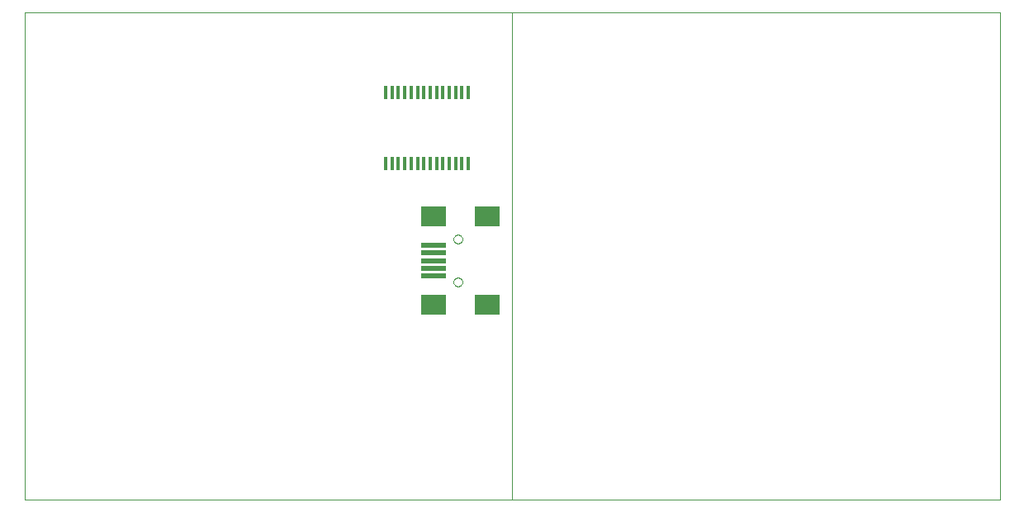
<source format=gtp>
G75*
%MOIN*%
%OFA0B0*%
%FSLAX24Y24*%
%IPPOS*%
%LPD*%
%AMOC8*
5,1,8,0,0,1.08239X$1,22.5*
%
%ADD10C,0.0000*%
%ADD11R,0.0137X0.0550*%
%ADD12R,0.0984X0.0197*%
%ADD13R,0.0984X0.0787*%
D10*
X000650Y000400D02*
X000650Y020085D01*
X020335Y020085D01*
X020335Y000400D01*
X040020Y000400D01*
X040020Y020085D01*
X020335Y020085D01*
X017973Y010924D02*
X017975Y010950D01*
X017981Y010976D01*
X017991Y011001D01*
X018004Y011024D01*
X018020Y011044D01*
X018040Y011062D01*
X018062Y011077D01*
X018085Y011089D01*
X018111Y011097D01*
X018137Y011101D01*
X018163Y011101D01*
X018189Y011097D01*
X018215Y011089D01*
X018239Y011077D01*
X018260Y011062D01*
X018280Y011044D01*
X018296Y011024D01*
X018309Y011001D01*
X018319Y010976D01*
X018325Y010950D01*
X018327Y010924D01*
X018325Y010898D01*
X018319Y010872D01*
X018309Y010847D01*
X018296Y010824D01*
X018280Y010804D01*
X018260Y010786D01*
X018238Y010771D01*
X018215Y010759D01*
X018189Y010751D01*
X018163Y010747D01*
X018137Y010747D01*
X018111Y010751D01*
X018085Y010759D01*
X018061Y010771D01*
X018040Y010786D01*
X018020Y010804D01*
X018004Y010824D01*
X017991Y010847D01*
X017981Y010872D01*
X017975Y010898D01*
X017973Y010924D01*
X017973Y009191D02*
X017975Y009217D01*
X017981Y009243D01*
X017991Y009268D01*
X018004Y009291D01*
X018020Y009311D01*
X018040Y009329D01*
X018062Y009344D01*
X018085Y009356D01*
X018111Y009364D01*
X018137Y009368D01*
X018163Y009368D01*
X018189Y009364D01*
X018215Y009356D01*
X018239Y009344D01*
X018260Y009329D01*
X018280Y009311D01*
X018296Y009291D01*
X018309Y009268D01*
X018319Y009243D01*
X018325Y009217D01*
X018327Y009191D01*
X018325Y009165D01*
X018319Y009139D01*
X018309Y009114D01*
X018296Y009091D01*
X018280Y009071D01*
X018260Y009053D01*
X018238Y009038D01*
X018215Y009026D01*
X018189Y009018D01*
X018163Y009014D01*
X018137Y009014D01*
X018111Y009018D01*
X018085Y009026D01*
X018061Y009038D01*
X018040Y009053D01*
X018020Y009071D01*
X018004Y009091D01*
X017991Y009114D01*
X017981Y009139D01*
X017975Y009165D01*
X017973Y009191D01*
X020335Y000400D02*
X000650Y000400D01*
D11*
X015237Y013961D03*
X015493Y013961D03*
X015748Y013961D03*
X016004Y013961D03*
X016260Y013961D03*
X016516Y013961D03*
X016772Y013961D03*
X017028Y013961D03*
X017284Y013961D03*
X017540Y013961D03*
X017796Y013961D03*
X018052Y013961D03*
X018307Y013961D03*
X018563Y013961D03*
X018563Y016839D03*
X018307Y016839D03*
X018052Y016839D03*
X017796Y016839D03*
X017540Y016839D03*
X017284Y016839D03*
X017028Y016839D03*
X016772Y016839D03*
X016516Y016839D03*
X016260Y016839D03*
X016004Y016839D03*
X015748Y016839D03*
X015493Y016839D03*
X015237Y016839D03*
D12*
X017166Y010687D03*
X017166Y010372D03*
X017166Y010057D03*
X017166Y009743D03*
X017166Y009428D03*
D13*
X017166Y008286D03*
X019331Y008286D03*
X019331Y011829D03*
X017166Y011829D03*
M02*

</source>
